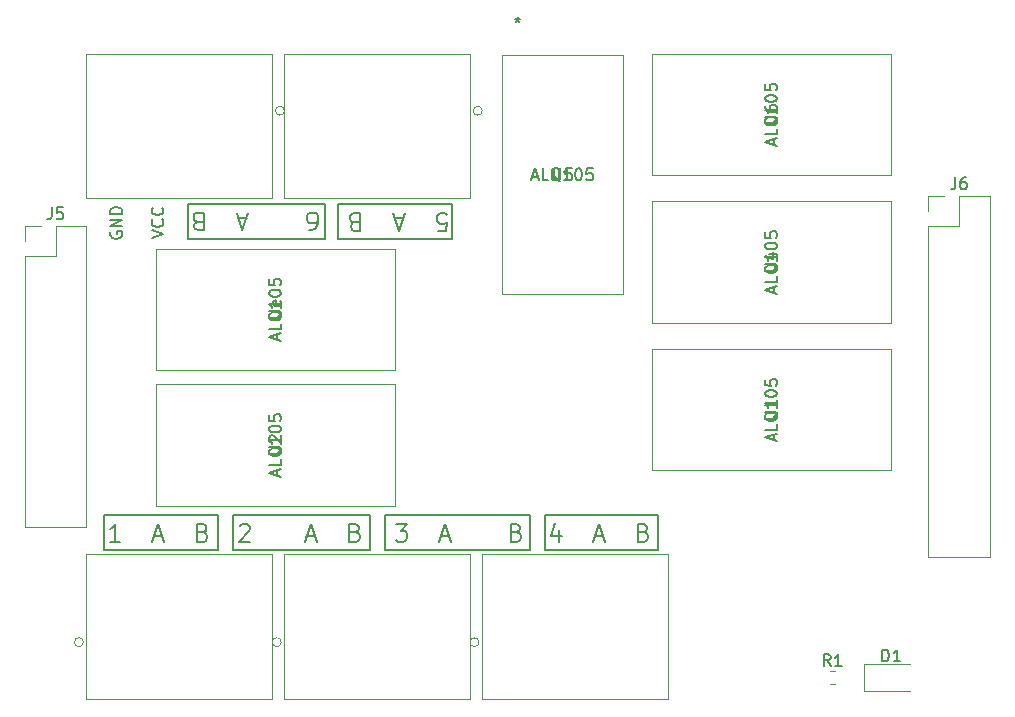
<source format=gbr>
%TF.GenerationSoftware,KiCad,Pcbnew,(6.0.4)*%
%TF.CreationDate,2022-03-25T16:17:33-04:00*%
%TF.ProjectId,relay_board,72656c61-795f-4626-9f61-72642e6b6963,rev?*%
%TF.SameCoordinates,Original*%
%TF.FileFunction,Legend,Top*%
%TF.FilePolarity,Positive*%
%FSLAX46Y46*%
G04 Gerber Fmt 4.6, Leading zero omitted, Abs format (unit mm)*
G04 Created by KiCad (PCBNEW (6.0.4)) date 2022-03-25 16:17:33*
%MOMM*%
%LPD*%
G01*
G04 APERTURE LIST*
%ADD10C,0.150000*%
%ADD11C,0.180000*%
%ADD12C,0.120000*%
G04 APERTURE END LIST*
D10*
X168950000Y-85761904D02*
X168902380Y-85857142D01*
X168902380Y-86000000D01*
X168950000Y-86142857D01*
X169045238Y-86238095D01*
X169140476Y-86285714D01*
X169330952Y-86333333D01*
X169473809Y-86333333D01*
X169664285Y-86285714D01*
X169759523Y-86238095D01*
X169854761Y-86142857D01*
X169902380Y-86000000D01*
X169902380Y-85904761D01*
X169854761Y-85761904D01*
X169807142Y-85714285D01*
X169473809Y-85714285D01*
X169473809Y-85904761D01*
X169902380Y-85285714D02*
X168902380Y-85285714D01*
X169902380Y-84714285D01*
X168902380Y-84714285D01*
X169902380Y-84238095D02*
X168902380Y-84238095D01*
X168902380Y-84000000D01*
X168950000Y-83857142D01*
X169045238Y-83761904D01*
X169140476Y-83714285D01*
X169330952Y-83666666D01*
X169473809Y-83666666D01*
X169664285Y-83714285D01*
X169759523Y-83761904D01*
X169854761Y-83857142D01*
X169902380Y-84000000D01*
X169902380Y-84238095D01*
X172402380Y-86283333D02*
X173402380Y-85950000D01*
X172402380Y-85616666D01*
X173307142Y-84711904D02*
X173354761Y-84759523D01*
X173402380Y-84902380D01*
X173402380Y-84997619D01*
X173354761Y-85140476D01*
X173259523Y-85235714D01*
X173164285Y-85283333D01*
X172973809Y-85330952D01*
X172830952Y-85330952D01*
X172640476Y-85283333D01*
X172545238Y-85235714D01*
X172450000Y-85140476D01*
X172402380Y-84997619D01*
X172402380Y-84902380D01*
X172450000Y-84759523D01*
X172497619Y-84711904D01*
X173307142Y-83711904D02*
X173354761Y-83759523D01*
X173402380Y-83902380D01*
X173402380Y-83997619D01*
X173354761Y-84140476D01*
X173259523Y-84235714D01*
X173164285Y-84283333D01*
X172973809Y-84330952D01*
X172830952Y-84330952D01*
X172640476Y-84283333D01*
X172545238Y-84235714D01*
X172450000Y-84140476D01*
X172402380Y-83997619D01*
X172402380Y-83902380D01*
X172450000Y-83759523D01*
X172497619Y-83711904D01*
D11*
X185735714Y-85621428D02*
X186021428Y-85621428D01*
X186164285Y-85550000D01*
X186235714Y-85478571D01*
X186378571Y-85264285D01*
X186450000Y-84978571D01*
X186450000Y-84407142D01*
X186378571Y-84264285D01*
X186307142Y-84192857D01*
X186164285Y-84121428D01*
X185878571Y-84121428D01*
X185735714Y-84192857D01*
X185664285Y-84264285D01*
X185592857Y-84407142D01*
X185592857Y-84764285D01*
X185664285Y-84907142D01*
X185735714Y-84978571D01*
X185878571Y-85050000D01*
X186164285Y-85050000D01*
X186307142Y-84978571D01*
X186378571Y-84907142D01*
X186450000Y-84764285D01*
X180450000Y-84550000D02*
X179735714Y-84550000D01*
X180592857Y-84121428D02*
X180092857Y-85621428D01*
X179592857Y-84121428D01*
X176307142Y-84907142D02*
X176092857Y-84835714D01*
X176021428Y-84764285D01*
X175950000Y-84621428D01*
X175950000Y-84407142D01*
X176021428Y-84264285D01*
X176092857Y-84192857D01*
X176235714Y-84121428D01*
X176807142Y-84121428D01*
X176807142Y-85621428D01*
X176307142Y-85621428D01*
X176164285Y-85550000D01*
X176092857Y-85478571D01*
X176021428Y-85335714D01*
X176021428Y-85192857D01*
X176092857Y-85050000D01*
X176164285Y-84978571D01*
X176307142Y-84907142D01*
X176807142Y-84907142D01*
D10*
X187100000Y-86400000D02*
X175500000Y-86400000D01*
X175500000Y-86400000D02*
X175500000Y-83400000D01*
X175500000Y-83400000D02*
X187100000Y-83400000D01*
X187100000Y-83400000D02*
X187100000Y-86400000D01*
D11*
X196621428Y-85671428D02*
X197335714Y-85671428D01*
X197407142Y-84957142D01*
X197335714Y-85028571D01*
X197192857Y-85100000D01*
X196835714Y-85100000D01*
X196692857Y-85028571D01*
X196621428Y-84957142D01*
X196550000Y-84814285D01*
X196550000Y-84457142D01*
X196621428Y-84314285D01*
X196692857Y-84242857D01*
X196835714Y-84171428D01*
X197192857Y-84171428D01*
X197335714Y-84242857D01*
X197407142Y-84314285D01*
X193692857Y-84600000D02*
X192978571Y-84600000D01*
X193835714Y-84171428D02*
X193335714Y-85671428D01*
X192835714Y-84171428D01*
X189550000Y-84957142D02*
X189335714Y-84885714D01*
X189264285Y-84814285D01*
X189192857Y-84671428D01*
X189192857Y-84457142D01*
X189264285Y-84314285D01*
X189335714Y-84242857D01*
X189478571Y-84171428D01*
X190050000Y-84171428D01*
X190050000Y-85671428D01*
X189550000Y-85671428D01*
X189407142Y-85600000D01*
X189335714Y-85528571D01*
X189264285Y-85385714D01*
X189264285Y-85242857D01*
X189335714Y-85100000D01*
X189407142Y-85028571D01*
X189550000Y-84957142D01*
X190050000Y-84957142D01*
D10*
X197800000Y-86400000D02*
X188200000Y-86400000D01*
X188200000Y-86400000D02*
X188200000Y-83400000D01*
X188200000Y-83400000D02*
X197800000Y-83400000D01*
X197800000Y-83400000D02*
X197800000Y-86400000D01*
D11*
X206907142Y-110978571D02*
X206907142Y-111978571D01*
X206550000Y-110407142D02*
X206192857Y-111478571D01*
X207121428Y-111478571D01*
X209907142Y-111550000D02*
X210621428Y-111550000D01*
X209764285Y-111978571D02*
X210264285Y-110478571D01*
X210764285Y-111978571D01*
X214050000Y-111192857D02*
X214264285Y-111264285D01*
X214335714Y-111335714D01*
X214407142Y-111478571D01*
X214407142Y-111692857D01*
X214335714Y-111835714D01*
X214264285Y-111907142D01*
X214121428Y-111978571D01*
X213550000Y-111978571D01*
X213550000Y-110478571D01*
X214050000Y-110478571D01*
X214192857Y-110550000D01*
X214264285Y-110621428D01*
X214335714Y-110764285D01*
X214335714Y-110907142D01*
X214264285Y-111050000D01*
X214192857Y-111121428D01*
X214050000Y-111192857D01*
X213550000Y-111192857D01*
D10*
X205700000Y-109700000D02*
X215300000Y-109700000D01*
X215300000Y-109700000D02*
X215300000Y-112700000D01*
X215300000Y-112700000D02*
X205700000Y-112700000D01*
X205700000Y-112700000D02*
X205700000Y-109700000D01*
D11*
X193078571Y-110478571D02*
X194007142Y-110478571D01*
X193507142Y-111050000D01*
X193721428Y-111050000D01*
X193864285Y-111121428D01*
X193935714Y-111192857D01*
X194007142Y-111335714D01*
X194007142Y-111692857D01*
X193935714Y-111835714D01*
X193864285Y-111907142D01*
X193721428Y-111978571D01*
X193292857Y-111978571D01*
X193150000Y-111907142D01*
X193078571Y-111835714D01*
X196864285Y-111550000D02*
X197578571Y-111550000D01*
X196721428Y-111978571D02*
X197221428Y-110478571D01*
X197721428Y-111978571D01*
X203292857Y-111192857D02*
X203507142Y-111264285D01*
X203578571Y-111335714D01*
X203650000Y-111478571D01*
X203650000Y-111692857D01*
X203578571Y-111835714D01*
X203507142Y-111907142D01*
X203364285Y-111978571D01*
X202792857Y-111978571D01*
X202792857Y-110478571D01*
X203292857Y-110478571D01*
X203435714Y-110550000D01*
X203507142Y-110621428D01*
X203578571Y-110764285D01*
X203578571Y-110907142D01*
X203507142Y-111050000D01*
X203435714Y-111121428D01*
X203292857Y-111192857D01*
X202792857Y-111192857D01*
D10*
X192200000Y-109700000D02*
X204400000Y-109700000D01*
X204400000Y-109700000D02*
X204400000Y-112700000D01*
X204400000Y-112700000D02*
X192200000Y-112700000D01*
X192200000Y-112700000D02*
X192200000Y-109700000D01*
D11*
X179864285Y-110621428D02*
X179935714Y-110550000D01*
X180078571Y-110478571D01*
X180435714Y-110478571D01*
X180578571Y-110550000D01*
X180650000Y-110621428D01*
X180721428Y-110764285D01*
X180721428Y-110907142D01*
X180650000Y-111121428D01*
X179792857Y-111978571D01*
X180721428Y-111978571D01*
X185507142Y-111550000D02*
X186221428Y-111550000D01*
X185364285Y-111978571D02*
X185864285Y-110478571D01*
X186364285Y-111978571D01*
X189650000Y-111192857D02*
X189864285Y-111264285D01*
X189935714Y-111335714D01*
X190007142Y-111478571D01*
X190007142Y-111692857D01*
X189935714Y-111835714D01*
X189864285Y-111907142D01*
X189721428Y-111978571D01*
X189150000Y-111978571D01*
X189150000Y-110478571D01*
X189650000Y-110478571D01*
X189792857Y-110550000D01*
X189864285Y-110621428D01*
X189935714Y-110764285D01*
X189935714Y-110907142D01*
X189864285Y-111050000D01*
X189792857Y-111121428D01*
X189650000Y-111192857D01*
X189150000Y-111192857D01*
D10*
X179300000Y-109700000D02*
X190900000Y-109700000D01*
X190900000Y-109700000D02*
X190900000Y-112700000D01*
X190900000Y-112700000D02*
X179300000Y-112700000D01*
X179300000Y-112700000D02*
X179300000Y-109700000D01*
X168400000Y-109700000D02*
X178000000Y-109700000D01*
X178000000Y-109700000D02*
X178000000Y-112700000D01*
X178000000Y-112700000D02*
X168400000Y-112700000D01*
X168400000Y-112700000D02*
X168400000Y-109700000D01*
D11*
X169750000Y-111978571D02*
X168892857Y-111978571D01*
X169321428Y-111978571D02*
X169321428Y-110478571D01*
X169178571Y-110692857D01*
X169035714Y-110835714D01*
X168892857Y-110907142D01*
X172607142Y-111550000D02*
X173321428Y-111550000D01*
X172464285Y-111978571D02*
X172964285Y-110478571D01*
X173464285Y-111978571D01*
X176750000Y-111192857D02*
X176964285Y-111264285D01*
X177035714Y-111335714D01*
X177107142Y-111478571D01*
X177107142Y-111692857D01*
X177035714Y-111835714D01*
X176964285Y-111907142D01*
X176821428Y-111978571D01*
X176250000Y-111978571D01*
X176250000Y-110478571D01*
X176750000Y-110478571D01*
X176892857Y-110550000D01*
X176964285Y-110621428D01*
X177035714Y-110764285D01*
X177035714Y-110907142D01*
X176964285Y-111050000D01*
X176892857Y-111121428D01*
X176750000Y-111192857D01*
X176250000Y-111192857D01*
D10*
%TO.C,Ue*%
X182342380Y-93024285D02*
X183151904Y-93024285D01*
X183247142Y-92976666D01*
X183294761Y-92929047D01*
X183342380Y-92833809D01*
X183342380Y-92643333D01*
X183294761Y-92548095D01*
X183247142Y-92500476D01*
X183151904Y-92452857D01*
X182342380Y-92452857D01*
X183294761Y-91595714D02*
X183342380Y-91690952D01*
X183342380Y-91881428D01*
X183294761Y-91976666D01*
X183199523Y-92024285D01*
X182818571Y-92024285D01*
X182723333Y-91976666D01*
X182675714Y-91881428D01*
X182675714Y-91690952D01*
X182723333Y-91595714D01*
X182818571Y-91548095D01*
X182913809Y-91548095D01*
X183009047Y-92024285D01*
X183056666Y-94905238D02*
X183056666Y-94429047D01*
X183342380Y-95000476D02*
X182342380Y-94667142D01*
X183342380Y-94333809D01*
X183342380Y-93524285D02*
X183342380Y-94000476D01*
X182342380Y-94000476D01*
X183437619Y-92524285D02*
X183390000Y-92619523D01*
X183294761Y-92714761D01*
X183151904Y-92857619D01*
X183104285Y-92952857D01*
X183104285Y-93048095D01*
X183342380Y-93000476D02*
X183294761Y-93095714D01*
X183199523Y-93190952D01*
X183009047Y-93238571D01*
X182675714Y-93238571D01*
X182485238Y-93190952D01*
X182390000Y-93095714D01*
X182342380Y-93000476D01*
X182342380Y-92810000D01*
X182390000Y-92714761D01*
X182485238Y-92619523D01*
X182675714Y-92571904D01*
X183009047Y-92571904D01*
X183199523Y-92619523D01*
X183294761Y-92714761D01*
X183342380Y-92810000D01*
X183342380Y-93000476D01*
X183342380Y-91619523D02*
X183342380Y-92190952D01*
X183342380Y-91905238D02*
X182342380Y-91905238D01*
X182485238Y-92000476D01*
X182580476Y-92095714D01*
X182628095Y-92190952D01*
X182342380Y-91000476D02*
X182342380Y-90905238D01*
X182390000Y-90810000D01*
X182437619Y-90762380D01*
X182532857Y-90714761D01*
X182723333Y-90667142D01*
X182961428Y-90667142D01*
X183151904Y-90714761D01*
X183247142Y-90762380D01*
X183294761Y-90810000D01*
X183342380Y-90905238D01*
X183342380Y-91000476D01*
X183294761Y-91095714D01*
X183247142Y-91143333D01*
X183151904Y-91190952D01*
X182961428Y-91238571D01*
X182723333Y-91238571D01*
X182532857Y-91190952D01*
X182437619Y-91143333D01*
X182390000Y-91095714D01*
X182342380Y-91000476D01*
X182342380Y-89762380D02*
X182342380Y-90238571D01*
X182818571Y-90286190D01*
X182770952Y-90238571D01*
X182723333Y-90143333D01*
X182723333Y-89905238D01*
X182770952Y-89810000D01*
X182818571Y-89762380D01*
X182913809Y-89714761D01*
X183151904Y-89714761D01*
X183247142Y-89762380D01*
X183294761Y-89810000D01*
X183342380Y-89905238D01*
X183342380Y-90143333D01*
X183294761Y-90238571D01*
X183247142Y-90286190D01*
%TO.C,U4*%
X224342380Y-89071904D02*
X225151904Y-89071904D01*
X225247142Y-89024285D01*
X225294761Y-88976666D01*
X225342380Y-88881428D01*
X225342380Y-88690952D01*
X225294761Y-88595714D01*
X225247142Y-88548095D01*
X225151904Y-88500476D01*
X224342380Y-88500476D01*
X224675714Y-87595714D02*
X225342380Y-87595714D01*
X224294761Y-87833809D02*
X225009047Y-88071904D01*
X225009047Y-87452857D01*
X225056666Y-90905238D02*
X225056666Y-90429047D01*
X225342380Y-91000476D02*
X224342380Y-90667142D01*
X225342380Y-90333809D01*
X225342380Y-89524285D02*
X225342380Y-90000476D01*
X224342380Y-90000476D01*
X225437619Y-88524285D02*
X225390000Y-88619523D01*
X225294761Y-88714761D01*
X225151904Y-88857619D01*
X225104285Y-88952857D01*
X225104285Y-89048095D01*
X225342380Y-89000476D02*
X225294761Y-89095714D01*
X225199523Y-89190952D01*
X225009047Y-89238571D01*
X224675714Y-89238571D01*
X224485238Y-89190952D01*
X224390000Y-89095714D01*
X224342380Y-89000476D01*
X224342380Y-88810000D01*
X224390000Y-88714761D01*
X224485238Y-88619523D01*
X224675714Y-88571904D01*
X225009047Y-88571904D01*
X225199523Y-88619523D01*
X225294761Y-88714761D01*
X225342380Y-88810000D01*
X225342380Y-89000476D01*
X225342380Y-87619523D02*
X225342380Y-88190952D01*
X225342380Y-87905238D02*
X224342380Y-87905238D01*
X224485238Y-88000476D01*
X224580476Y-88095714D01*
X224628095Y-88190952D01*
X224342380Y-87000476D02*
X224342380Y-86905238D01*
X224390000Y-86810000D01*
X224437619Y-86762380D01*
X224532857Y-86714761D01*
X224723333Y-86667142D01*
X224961428Y-86667142D01*
X225151904Y-86714761D01*
X225247142Y-86762380D01*
X225294761Y-86810000D01*
X225342380Y-86905238D01*
X225342380Y-87000476D01*
X225294761Y-87095714D01*
X225247142Y-87143333D01*
X225151904Y-87190952D01*
X224961428Y-87238571D01*
X224723333Y-87238571D01*
X224532857Y-87190952D01*
X224437619Y-87143333D01*
X224390000Y-87095714D01*
X224342380Y-87000476D01*
X224342380Y-85762380D02*
X224342380Y-86238571D01*
X224818571Y-86286190D01*
X224770952Y-86238571D01*
X224723333Y-86143333D01*
X224723333Y-85905238D01*
X224770952Y-85810000D01*
X224818571Y-85762380D01*
X224913809Y-85714761D01*
X225151904Y-85714761D01*
X225247142Y-85762380D01*
X225294761Y-85810000D01*
X225342380Y-85905238D01*
X225342380Y-86143333D01*
X225294761Y-86238571D01*
X225247142Y-86286190D01*
%TO.C,U5*%
X206428095Y-80392380D02*
X206428095Y-81201904D01*
X206475714Y-81297142D01*
X206523333Y-81344761D01*
X206618571Y-81392380D01*
X206809047Y-81392380D01*
X206904285Y-81344761D01*
X206951904Y-81297142D01*
X206999523Y-81201904D01*
X206999523Y-80392380D01*
X207951904Y-80392380D02*
X207475714Y-80392380D01*
X207428095Y-80868571D01*
X207475714Y-80820952D01*
X207570952Y-80773333D01*
X207809047Y-80773333D01*
X207904285Y-80820952D01*
X207951904Y-80868571D01*
X207999523Y-80963809D01*
X207999523Y-81201904D01*
X207951904Y-81297142D01*
X207904285Y-81344761D01*
X207809047Y-81392380D01*
X207570952Y-81392380D01*
X207475714Y-81344761D01*
X207428095Y-81297142D01*
X204594761Y-81106666D02*
X205070952Y-81106666D01*
X204499523Y-81392380D02*
X204832857Y-80392380D01*
X205166190Y-81392380D01*
X205975714Y-81392380D02*
X205499523Y-81392380D01*
X205499523Y-80392380D01*
X206975714Y-81487619D02*
X206880476Y-81440000D01*
X206785238Y-81344761D01*
X206642380Y-81201904D01*
X206547142Y-81154285D01*
X206451904Y-81154285D01*
X206499523Y-81392380D02*
X206404285Y-81344761D01*
X206309047Y-81249523D01*
X206261428Y-81059047D01*
X206261428Y-80725714D01*
X206309047Y-80535238D01*
X206404285Y-80440000D01*
X206499523Y-80392380D01*
X206690000Y-80392380D01*
X206785238Y-80440000D01*
X206880476Y-80535238D01*
X206928095Y-80725714D01*
X206928095Y-81059047D01*
X206880476Y-81249523D01*
X206785238Y-81344761D01*
X206690000Y-81392380D01*
X206499523Y-81392380D01*
X207880476Y-81392380D02*
X207309047Y-81392380D01*
X207594761Y-81392380D02*
X207594761Y-80392380D01*
X207499523Y-80535238D01*
X207404285Y-80630476D01*
X207309047Y-80678095D01*
X208499523Y-80392380D02*
X208594761Y-80392380D01*
X208690000Y-80440000D01*
X208737619Y-80487619D01*
X208785238Y-80582857D01*
X208832857Y-80773333D01*
X208832857Y-81011428D01*
X208785238Y-81201904D01*
X208737619Y-81297142D01*
X208690000Y-81344761D01*
X208594761Y-81392380D01*
X208499523Y-81392380D01*
X208404285Y-81344761D01*
X208356666Y-81297142D01*
X208309047Y-81201904D01*
X208261428Y-81011428D01*
X208261428Y-80773333D01*
X208309047Y-80582857D01*
X208356666Y-80487619D01*
X208404285Y-80440000D01*
X208499523Y-80392380D01*
X209737619Y-80392380D02*
X209261428Y-80392380D01*
X209213809Y-80868571D01*
X209261428Y-80820952D01*
X209356666Y-80773333D01*
X209594761Y-80773333D01*
X209690000Y-80820952D01*
X209737619Y-80868571D01*
X209785238Y-80963809D01*
X209785238Y-81201904D01*
X209737619Y-81297142D01*
X209690000Y-81344761D01*
X209594761Y-81392380D01*
X209356666Y-81392380D01*
X209261428Y-81344761D01*
X209213809Y-81297142D01*
X203380000Y-67599247D02*
X203380000Y-67837343D01*
X203141904Y-67742105D02*
X203380000Y-67837343D01*
X203618095Y-67742105D01*
X203237142Y-68027819D02*
X203380000Y-67837343D01*
X203522857Y-68027819D01*
X203380000Y-67599247D02*
X203380000Y-67837343D01*
X203141904Y-67742105D02*
X203380000Y-67837343D01*
X203618095Y-67742105D01*
X203237142Y-68027819D02*
X203380000Y-67837343D01*
X203522857Y-68027819D01*
%TO.C,U2*%
X182342380Y-104571904D02*
X183151904Y-104571904D01*
X183247142Y-104524285D01*
X183294761Y-104476666D01*
X183342380Y-104381428D01*
X183342380Y-104190952D01*
X183294761Y-104095714D01*
X183247142Y-104048095D01*
X183151904Y-104000476D01*
X182342380Y-104000476D01*
X182437619Y-103571904D02*
X182390000Y-103524285D01*
X182342380Y-103429047D01*
X182342380Y-103190952D01*
X182390000Y-103095714D01*
X182437619Y-103048095D01*
X182532857Y-103000476D01*
X182628095Y-103000476D01*
X182770952Y-103048095D01*
X183342380Y-103619523D01*
X183342380Y-103000476D01*
X183056666Y-106405238D02*
X183056666Y-105929047D01*
X183342380Y-106500476D02*
X182342380Y-106167142D01*
X183342380Y-105833809D01*
X183342380Y-105024285D02*
X183342380Y-105500476D01*
X182342380Y-105500476D01*
X183437619Y-104024285D02*
X183390000Y-104119523D01*
X183294761Y-104214761D01*
X183151904Y-104357619D01*
X183104285Y-104452857D01*
X183104285Y-104548095D01*
X183342380Y-104500476D02*
X183294761Y-104595714D01*
X183199523Y-104690952D01*
X183009047Y-104738571D01*
X182675714Y-104738571D01*
X182485238Y-104690952D01*
X182390000Y-104595714D01*
X182342380Y-104500476D01*
X182342380Y-104310000D01*
X182390000Y-104214761D01*
X182485238Y-104119523D01*
X182675714Y-104071904D01*
X183009047Y-104071904D01*
X183199523Y-104119523D01*
X183294761Y-104214761D01*
X183342380Y-104310000D01*
X183342380Y-104500476D01*
X183342380Y-103119523D02*
X183342380Y-103690952D01*
X183342380Y-103405238D02*
X182342380Y-103405238D01*
X182485238Y-103500476D01*
X182580476Y-103595714D01*
X182628095Y-103690952D01*
X182342380Y-102500476D02*
X182342380Y-102405238D01*
X182390000Y-102310000D01*
X182437619Y-102262380D01*
X182532857Y-102214761D01*
X182723333Y-102167142D01*
X182961428Y-102167142D01*
X183151904Y-102214761D01*
X183247142Y-102262380D01*
X183294761Y-102310000D01*
X183342380Y-102405238D01*
X183342380Y-102500476D01*
X183294761Y-102595714D01*
X183247142Y-102643333D01*
X183151904Y-102690952D01*
X182961428Y-102738571D01*
X182723333Y-102738571D01*
X182532857Y-102690952D01*
X182437619Y-102643333D01*
X182390000Y-102595714D01*
X182342380Y-102500476D01*
X182342380Y-101262380D02*
X182342380Y-101738571D01*
X182818571Y-101786190D01*
X182770952Y-101738571D01*
X182723333Y-101643333D01*
X182723333Y-101405238D01*
X182770952Y-101310000D01*
X182818571Y-101262380D01*
X182913809Y-101214761D01*
X183151904Y-101214761D01*
X183247142Y-101262380D01*
X183294761Y-101310000D01*
X183342380Y-101405238D01*
X183342380Y-101643333D01*
X183294761Y-101738571D01*
X183247142Y-101786190D01*
%TO.C,U6*%
X224342380Y-76571904D02*
X225151904Y-76571904D01*
X225247142Y-76524285D01*
X225294761Y-76476666D01*
X225342380Y-76381428D01*
X225342380Y-76190952D01*
X225294761Y-76095714D01*
X225247142Y-76048095D01*
X225151904Y-76000476D01*
X224342380Y-76000476D01*
X224342380Y-75095714D02*
X224342380Y-75286190D01*
X224390000Y-75381428D01*
X224437619Y-75429047D01*
X224580476Y-75524285D01*
X224770952Y-75571904D01*
X225151904Y-75571904D01*
X225247142Y-75524285D01*
X225294761Y-75476666D01*
X225342380Y-75381428D01*
X225342380Y-75190952D01*
X225294761Y-75095714D01*
X225247142Y-75048095D01*
X225151904Y-75000476D01*
X224913809Y-75000476D01*
X224818571Y-75048095D01*
X224770952Y-75095714D01*
X224723333Y-75190952D01*
X224723333Y-75381428D01*
X224770952Y-75476666D01*
X224818571Y-75524285D01*
X224913809Y-75571904D01*
X225056666Y-78405238D02*
X225056666Y-77929047D01*
X225342380Y-78500476D02*
X224342380Y-78167142D01*
X225342380Y-77833809D01*
X225342380Y-77024285D02*
X225342380Y-77500476D01*
X224342380Y-77500476D01*
X225437619Y-76024285D02*
X225390000Y-76119523D01*
X225294761Y-76214761D01*
X225151904Y-76357619D01*
X225104285Y-76452857D01*
X225104285Y-76548095D01*
X225342380Y-76500476D02*
X225294761Y-76595714D01*
X225199523Y-76690952D01*
X225009047Y-76738571D01*
X224675714Y-76738571D01*
X224485238Y-76690952D01*
X224390000Y-76595714D01*
X224342380Y-76500476D01*
X224342380Y-76310000D01*
X224390000Y-76214761D01*
X224485238Y-76119523D01*
X224675714Y-76071904D01*
X225009047Y-76071904D01*
X225199523Y-76119523D01*
X225294761Y-76214761D01*
X225342380Y-76310000D01*
X225342380Y-76500476D01*
X225342380Y-75119523D02*
X225342380Y-75690952D01*
X225342380Y-75405238D02*
X224342380Y-75405238D01*
X224485238Y-75500476D01*
X224580476Y-75595714D01*
X224628095Y-75690952D01*
X224342380Y-74500476D02*
X224342380Y-74405238D01*
X224390000Y-74310000D01*
X224437619Y-74262380D01*
X224532857Y-74214761D01*
X224723333Y-74167142D01*
X224961428Y-74167142D01*
X225151904Y-74214761D01*
X225247142Y-74262380D01*
X225294761Y-74310000D01*
X225342380Y-74405238D01*
X225342380Y-74500476D01*
X225294761Y-74595714D01*
X225247142Y-74643333D01*
X225151904Y-74690952D01*
X224961428Y-74738571D01*
X224723333Y-74738571D01*
X224532857Y-74690952D01*
X224437619Y-74643333D01*
X224390000Y-74595714D01*
X224342380Y-74500476D01*
X224342380Y-73262380D02*
X224342380Y-73738571D01*
X224818571Y-73786190D01*
X224770952Y-73738571D01*
X224723333Y-73643333D01*
X224723333Y-73405238D01*
X224770952Y-73310000D01*
X224818571Y-73262380D01*
X224913809Y-73214761D01*
X225151904Y-73214761D01*
X225247142Y-73262380D01*
X225294761Y-73310000D01*
X225342380Y-73405238D01*
X225342380Y-73643333D01*
X225294761Y-73738571D01*
X225247142Y-73786190D01*
%TO.C,J6*%
X240436666Y-81152380D02*
X240436666Y-81866666D01*
X240389047Y-82009523D01*
X240293809Y-82104761D01*
X240150952Y-82152380D01*
X240055714Y-82152380D01*
X241341428Y-81152380D02*
X241150952Y-81152380D01*
X241055714Y-81200000D01*
X241008095Y-81247619D01*
X240912857Y-81390476D01*
X240865238Y-81580952D01*
X240865238Y-81961904D01*
X240912857Y-82057142D01*
X240960476Y-82104761D01*
X241055714Y-82152380D01*
X241246190Y-82152380D01*
X241341428Y-82104761D01*
X241389047Y-82057142D01*
X241436666Y-81961904D01*
X241436666Y-81723809D01*
X241389047Y-81628571D01*
X241341428Y-81580952D01*
X241246190Y-81533333D01*
X241055714Y-81533333D01*
X240960476Y-81580952D01*
X240912857Y-81628571D01*
X240865238Y-81723809D01*
%TO.C,R1*%
X229883333Y-122522380D02*
X229550000Y-122046190D01*
X229311904Y-122522380D02*
X229311904Y-121522380D01*
X229692857Y-121522380D01*
X229788095Y-121570000D01*
X229835714Y-121617619D01*
X229883333Y-121712857D01*
X229883333Y-121855714D01*
X229835714Y-121950952D01*
X229788095Y-121998571D01*
X229692857Y-122046190D01*
X229311904Y-122046190D01*
X230835714Y-122522380D02*
X230264285Y-122522380D01*
X230550000Y-122522380D02*
X230550000Y-121522380D01*
X230454761Y-121665238D01*
X230359523Y-121760476D01*
X230264285Y-121808095D01*
%TO.C,J5*%
X163936666Y-83692380D02*
X163936666Y-84406666D01*
X163889047Y-84549523D01*
X163793809Y-84644761D01*
X163650952Y-84692380D01*
X163555714Y-84692380D01*
X164889047Y-83692380D02*
X164412857Y-83692380D01*
X164365238Y-84168571D01*
X164412857Y-84120952D01*
X164508095Y-84073333D01*
X164746190Y-84073333D01*
X164841428Y-84120952D01*
X164889047Y-84168571D01*
X164936666Y-84263809D01*
X164936666Y-84501904D01*
X164889047Y-84597142D01*
X164841428Y-84644761D01*
X164746190Y-84692380D01*
X164508095Y-84692380D01*
X164412857Y-84644761D01*
X164365238Y-84597142D01*
%TO.C,U1*%
X224342380Y-101571904D02*
X225151904Y-101571904D01*
X225247142Y-101524285D01*
X225294761Y-101476666D01*
X225342380Y-101381428D01*
X225342380Y-101190952D01*
X225294761Y-101095714D01*
X225247142Y-101048095D01*
X225151904Y-101000476D01*
X224342380Y-101000476D01*
X225342380Y-100000476D02*
X225342380Y-100571904D01*
X225342380Y-100286190D02*
X224342380Y-100286190D01*
X224485238Y-100381428D01*
X224580476Y-100476666D01*
X224628095Y-100571904D01*
X225056666Y-103405238D02*
X225056666Y-102929047D01*
X225342380Y-103500476D02*
X224342380Y-103167142D01*
X225342380Y-102833809D01*
X225342380Y-102024285D02*
X225342380Y-102500476D01*
X224342380Y-102500476D01*
X225437619Y-101024285D02*
X225390000Y-101119523D01*
X225294761Y-101214761D01*
X225151904Y-101357619D01*
X225104285Y-101452857D01*
X225104285Y-101548095D01*
X225342380Y-101500476D02*
X225294761Y-101595714D01*
X225199523Y-101690952D01*
X225009047Y-101738571D01*
X224675714Y-101738571D01*
X224485238Y-101690952D01*
X224390000Y-101595714D01*
X224342380Y-101500476D01*
X224342380Y-101310000D01*
X224390000Y-101214761D01*
X224485238Y-101119523D01*
X224675714Y-101071904D01*
X225009047Y-101071904D01*
X225199523Y-101119523D01*
X225294761Y-101214761D01*
X225342380Y-101310000D01*
X225342380Y-101500476D01*
X225342380Y-100119523D02*
X225342380Y-100690952D01*
X225342380Y-100405238D02*
X224342380Y-100405238D01*
X224485238Y-100500476D01*
X224580476Y-100595714D01*
X224628095Y-100690952D01*
X224342380Y-99500476D02*
X224342380Y-99405238D01*
X224390000Y-99310000D01*
X224437619Y-99262380D01*
X224532857Y-99214761D01*
X224723333Y-99167142D01*
X224961428Y-99167142D01*
X225151904Y-99214761D01*
X225247142Y-99262380D01*
X225294761Y-99310000D01*
X225342380Y-99405238D01*
X225342380Y-99500476D01*
X225294761Y-99595714D01*
X225247142Y-99643333D01*
X225151904Y-99690952D01*
X224961428Y-99738571D01*
X224723333Y-99738571D01*
X224532857Y-99690952D01*
X224437619Y-99643333D01*
X224390000Y-99595714D01*
X224342380Y-99500476D01*
X224342380Y-98262380D02*
X224342380Y-98738571D01*
X224818571Y-98786190D01*
X224770952Y-98738571D01*
X224723333Y-98643333D01*
X224723333Y-98405238D01*
X224770952Y-98310000D01*
X224818571Y-98262380D01*
X224913809Y-98214761D01*
X225151904Y-98214761D01*
X225247142Y-98262380D01*
X225294761Y-98310000D01*
X225342380Y-98405238D01*
X225342380Y-98643333D01*
X225294761Y-98738571D01*
X225247142Y-98786190D01*
%TO.C,D1*%
X234261904Y-122132380D02*
X234261904Y-121132380D01*
X234500000Y-121132380D01*
X234642857Y-121180000D01*
X234738095Y-121275238D01*
X234785714Y-121370476D01*
X234833333Y-121560952D01*
X234833333Y-121703809D01*
X234785714Y-121894285D01*
X234738095Y-121989523D01*
X234642857Y-122084761D01*
X234500000Y-122132380D01*
X234261904Y-122132380D01*
X235785714Y-122132380D02*
X235214285Y-122132380D01*
X235500000Y-122132380D02*
X235500000Y-121132380D01*
X235404761Y-121275238D01*
X235309523Y-121370476D01*
X235214285Y-121418095D01*
D12*
%TO.C,Ue*%
X193011900Y-87179200D02*
X172768100Y-87179200D01*
X193011900Y-97440800D02*
X193011900Y-87179200D01*
X172768100Y-97440800D02*
X193011900Y-97440800D01*
X172768100Y-87179200D02*
X172768100Y-97440800D01*
%TO.C,J1*%
X166873000Y-113072999D02*
X166873000Y-125326998D01*
X166873000Y-125326998D02*
X182627000Y-125326998D01*
X182627000Y-113072999D02*
X166873000Y-113072999D01*
X182627000Y-125326998D02*
X182627000Y-113072999D01*
X166619000Y-120500000D02*
G75*
G03*
X166619000Y-120500000I-381000J0D01*
G01*
%TO.C,U4*%
X235011900Y-83179200D02*
X214768100Y-83179200D01*
X214768100Y-93440800D02*
X235011900Y-93440800D01*
X235011900Y-93440800D02*
X235011900Y-83179200D01*
X214768100Y-83179200D02*
X214768100Y-93440800D01*
%TO.C,U5*%
X202059200Y-70818100D02*
X202059200Y-91061900D01*
X212320800Y-91061900D02*
X212320800Y-70818100D01*
X212320800Y-70818100D02*
X202059200Y-70818100D01*
X202059200Y-91061900D02*
X212320800Y-91061900D01*
%TO.C,J7*%
X166873000Y-70673002D02*
X166873000Y-82927001D01*
X166873000Y-82927001D02*
X182627000Y-82927001D01*
X182627000Y-70673002D02*
X166873000Y-70673002D01*
X182627000Y-82927001D02*
X182627000Y-70673002D01*
X183643000Y-75500000D02*
G75*
G03*
X183643000Y-75500000I-381000J0D01*
G01*
%TO.C,U2*%
X193011900Y-98679200D02*
X172768100Y-98679200D01*
X172768100Y-108940800D02*
X193011900Y-108940800D01*
X172768100Y-98679200D02*
X172768100Y-108940800D01*
X193011900Y-108940800D02*
X193011900Y-98679200D01*
%TO.C,U6*%
X214768100Y-70679200D02*
X214768100Y-80940800D01*
X214768100Y-80940800D02*
X235011900Y-80940800D01*
X235011900Y-70679200D02*
X214768100Y-70679200D01*
X235011900Y-80940800D02*
X235011900Y-70679200D01*
%TO.C,J6*%
X238170000Y-85300000D02*
X238170000Y-113300000D01*
X238170000Y-84030000D02*
X238170000Y-82700000D01*
X238170000Y-82700000D02*
X239500000Y-82700000D01*
X243370000Y-82700000D02*
X243370000Y-113300000D01*
X238170000Y-113300000D02*
X243370000Y-113300000D01*
X238170000Y-85300000D02*
X240770000Y-85300000D01*
X240770000Y-85300000D02*
X240770000Y-82700000D01*
X240770000Y-82700000D02*
X243370000Y-82700000D01*
%TO.C,J*%
X200373000Y-113072999D02*
X200373000Y-125326998D01*
X216127000Y-125326998D02*
X216127000Y-113072999D01*
X216127000Y-113072999D02*
X200373000Y-113072999D01*
X200373000Y-125326998D02*
X216127000Y-125326998D01*
X200119000Y-120500000D02*
G75*
G03*
X200119000Y-120500000I-381000J0D01*
G01*
%TO.C,R1*%
X229812742Y-122977500D02*
X230287258Y-122977500D01*
X229812742Y-124022500D02*
X230287258Y-124022500D01*
%TO.C,J2*%
X199377000Y-113072999D02*
X183623000Y-113072999D01*
X199377000Y-125326998D02*
X199377000Y-113072999D01*
X183623000Y-125326998D02*
X199377000Y-125326998D01*
X183623000Y-113072999D02*
X183623000Y-125326998D01*
X183369000Y-120500000D02*
G75*
G03*
X183369000Y-120500000I-381000J0D01*
G01*
%TO.C,J4*%
X199377000Y-82927001D02*
X199377000Y-70673002D01*
X183623000Y-82927001D02*
X199377000Y-82927001D01*
X199377000Y-70673002D02*
X183623000Y-70673002D01*
X183623000Y-70673002D02*
X183623000Y-82927001D01*
X200393000Y-75500000D02*
G75*
G03*
X200393000Y-75500000I-381000J0D01*
G01*
%TO.C,J5*%
X161670000Y-87840000D02*
X161670000Y-110760000D01*
X164270000Y-87840000D02*
X164270000Y-85240000D01*
X161670000Y-110760000D02*
X166870000Y-110760000D01*
X161670000Y-87840000D02*
X164270000Y-87840000D01*
X161670000Y-86570000D02*
X161670000Y-85240000D01*
X161670000Y-85240000D02*
X163000000Y-85240000D01*
X166870000Y-85240000D02*
X166870000Y-110760000D01*
X164270000Y-85240000D02*
X166870000Y-85240000D01*
%TO.C,U1*%
X214768100Y-105940800D02*
X235011900Y-105940800D01*
X235011900Y-105940800D02*
X235011900Y-95679200D01*
X214768100Y-95679200D02*
X214768100Y-105940800D01*
X235011900Y-95679200D02*
X214768100Y-95679200D01*
%TO.C,D1*%
X232715000Y-122365000D02*
X232715000Y-124635000D01*
X236600000Y-122365000D02*
X232715000Y-122365000D01*
X232715000Y-124635000D02*
X236600000Y-124635000D01*
%TD*%
M02*

</source>
